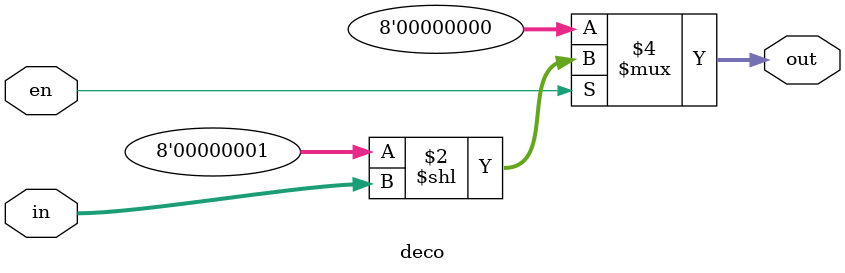
<source format=v>
module deco(
    input [2:0] in,  
    input en,         
    output reg [7:0] out 
);
    always @(*) begin
        if (en) 
            out = 8'b00000001 << in; 
        else 
            out = 8'b00000000; 
    end
endmodule

</source>
